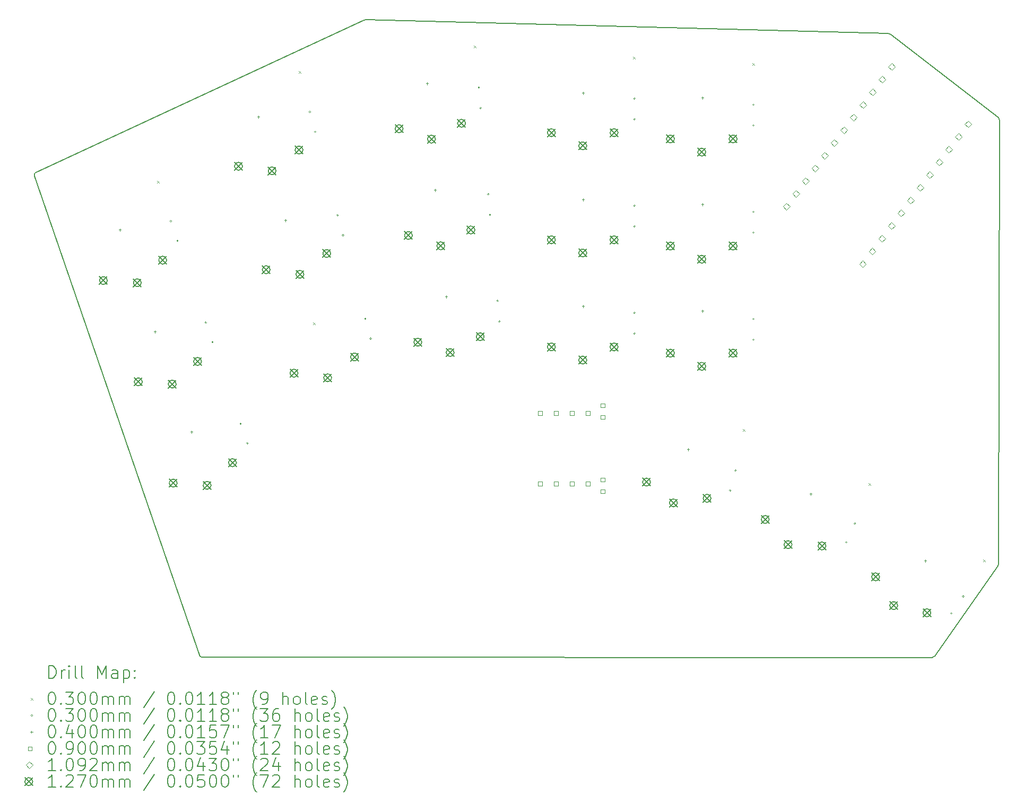
<source format=gbr>
%FSLAX45Y45*%
G04 Gerber Fmt 4.5, Leading zero omitted, Abs format (unit mm)*
G04 Created by KiCad (PCBNEW 5.99.0-unknown-fa82fcb809~131~ubuntu20.04.1) date 2021-08-27 12:16:20*
%MOMM*%
%LPD*%
G01*
G04 APERTURE LIST*
%TA.AperFunction,Profile*%
%ADD10C,0.150000*%
%TD*%
%ADD11C,0.200000*%
%ADD12C,0.030000*%
%ADD13C,0.040000*%
%ADD14C,0.090000*%
%ADD15C,0.109220*%
%ADD16C,0.127000*%
G04 APERTURE END LIST*
D10*
X10545124Y6549097D02*
X12262703Y5224108D01*
X12282162Y5184424D02*
X12268700Y-1907414D01*
X12268700Y-1907414D02*
G75*
G02*
X12259658Y-1935997I-50000J95D01*
G01*
X11251164Y-3376276D02*
G75*
G02*
X11210202Y-3397598I-40958J28679D01*
G01*
X11210202Y-3397598D02*
X-437783Y-3396573D01*
X12262703Y5224108D02*
G75*
G02*
X12282162Y5184424I-30540J-39589D01*
G01*
X-437783Y-3396573D02*
G75*
G02*
X-485055Y-3362852I4J50000D01*
G01*
X2160572Y6780047D02*
X10515903Y6559490D01*
X-3092431Y4347306D02*
X2138200Y6775416D01*
X-485055Y-3362852D02*
X-3118654Y4285675D01*
X12259658Y-1935997D02*
X11251164Y-3376276D01*
X10515903Y6559490D02*
G75*
G02*
X10545124Y6549097I-1319J-49983D01*
G01*
X2138200Y6775416D02*
G75*
G02*
X2160572Y6780047I21053J-45352D01*
G01*
X-3118654Y4285675D02*
G75*
G02*
X-3092431Y4347306I47276J16278D01*
G01*
D11*
D12*
X-1158000Y4206000D02*
X-1128000Y4176000D01*
X-1128000Y4206000D02*
X-1158000Y4176000D01*
X1102600Y5958600D02*
X1132600Y5928600D01*
X1132600Y5958600D02*
X1102600Y5928600D01*
X1331200Y1945400D02*
X1361200Y1915400D01*
X1361200Y1945400D02*
X1331200Y1915400D01*
X3896600Y6365000D02*
X3926600Y6335000D01*
X3926600Y6365000D02*
X3896600Y6335000D01*
X6436600Y6187200D02*
X6466600Y6157200D01*
X6466600Y6187200D02*
X6436600Y6157200D01*
X8189200Y243600D02*
X8219200Y213600D01*
X8219200Y243600D02*
X8189200Y213600D01*
X8341600Y6085600D02*
X8371600Y6055600D01*
X8371600Y6085600D02*
X8341600Y6055600D01*
X10195800Y-620000D02*
X10225800Y-650000D01*
X10225800Y-620000D02*
X10195800Y-650000D01*
X12024600Y-1839200D02*
X12054600Y-1869200D01*
X12054600Y-1839200D02*
X12024600Y-1869200D01*
X-925575Y3565659D02*
G75*
G03*
X-925575Y3565659I-15000J0D01*
G01*
X-818137Y3253638D02*
G75*
G03*
X-818137Y3253638I-15000J0D01*
G01*
X-368853Y1948823D02*
G75*
G03*
X-368853Y1948823I-15000J0D01*
G01*
X-261416Y1636801D02*
G75*
G03*
X-261416Y1636801I-15000J0D01*
G01*
X187868Y331986D02*
G75*
G03*
X187868Y331986I-15000J0D01*
G01*
X295306Y19965D02*
G75*
G03*
X295306Y19965I-15000J0D01*
G01*
X1293155Y5312769D02*
G75*
G03*
X1293155Y5312769I-15000J0D01*
G01*
X1378565Y4994014D02*
G75*
G03*
X1378565Y4994014I-15000J0D01*
G01*
X1735735Y3661036D02*
G75*
G03*
X1735735Y3661036I-15000J0D01*
G01*
X1821145Y3342280D02*
G75*
G03*
X1821145Y3342280I-15000J0D01*
G01*
X2178316Y2009303D02*
G75*
G03*
X2178316Y2009303I-15000J0D01*
G01*
X2263726Y1690547D02*
G75*
G03*
X2263726Y1690547I-15000J0D01*
G01*
X3989915Y5700399D02*
G75*
G03*
X3989915Y5700399I-15000J0D01*
G01*
X4018677Y5371655D02*
G75*
G03*
X4018677Y5371655I-15000J0D01*
G01*
X4138952Y3996906D02*
G75*
G03*
X4138952Y3996906I-15000J0D01*
G01*
X4167713Y3668162D02*
G75*
G03*
X4167713Y3668162I-15000J0D01*
G01*
X4287988Y2293414D02*
G75*
G03*
X4287988Y2293414I-15000J0D01*
G01*
X4316750Y1964669D02*
G75*
G03*
X4316750Y1964669I-15000J0D01*
G01*
X6472209Y5524060D02*
G75*
G03*
X6472209Y5524060I-15000J0D01*
G01*
X6472209Y5194060D02*
G75*
G03*
X6472209Y5194060I-15000J0D01*
G01*
X6472209Y3814060D02*
G75*
G03*
X6472209Y3814060I-15000J0D01*
G01*
X6472209Y3484060D02*
G75*
G03*
X6472209Y3484060I-15000J0D01*
G01*
X6472209Y2104060D02*
G75*
G03*
X6472209Y2104060I-15000J0D01*
G01*
X6472209Y1774060D02*
G75*
G03*
X6472209Y1774060I-15000J0D01*
G01*
X8001393Y-733843D02*
G75*
G03*
X8001393Y-733843I-15000J0D01*
G01*
X8086803Y-415088D02*
G75*
G03*
X8086803Y-415088I-15000J0D01*
G01*
X8372209Y5424060D02*
G75*
G03*
X8372209Y5424060I-15000J0D01*
G01*
X8372209Y5094060D02*
G75*
G03*
X8372209Y5094060I-15000J0D01*
G01*
X8372209Y3714060D02*
G75*
G03*
X8372209Y3714060I-15000J0D01*
G01*
X8372209Y3384060D02*
G75*
G03*
X8372209Y3384060I-15000J0D01*
G01*
X8372209Y2004060D02*
G75*
G03*
X8372209Y2004060I-15000J0D01*
G01*
X8372209Y1674060D02*
G75*
G03*
X8372209Y1674060I-15000J0D01*
G01*
X9851222Y-1560162D02*
G75*
G03*
X9851222Y-1560162I-15000J0D01*
G01*
X9990686Y-1261081D02*
G75*
G03*
X9990686Y-1261081I-15000J0D01*
G01*
X11529460Y-2695147D02*
G75*
G03*
X11529460Y-2695147I-15000J0D01*
G01*
X11718740Y-2424827D02*
G75*
G03*
X11718740Y-2424827I-15000J0D01*
G01*
D13*
X-1752600Y3449000D02*
X-1752600Y3409000D01*
X-1772600Y3429000D02*
X-1732600Y3429000D01*
X-1193800Y1823400D02*
X-1193800Y1783400D01*
X-1213800Y1803400D02*
X-1173800Y1803400D01*
X-609600Y223200D02*
X-609600Y183200D01*
X-629600Y203200D02*
X-589600Y203200D01*
X457200Y5252400D02*
X457200Y5212400D01*
X437200Y5232400D02*
X477200Y5232400D01*
X889000Y3601400D02*
X889000Y3561400D01*
X869000Y3581400D02*
X909000Y3581400D01*
X3149600Y5785800D02*
X3149600Y5745800D01*
X3129600Y5765800D02*
X3169600Y5765800D01*
X3276600Y4084000D02*
X3276600Y4044000D01*
X3256600Y4064000D02*
X3296600Y4064000D01*
X3454400Y2382200D02*
X3454400Y2342200D01*
X3434400Y2362200D02*
X3474400Y2362200D01*
X5638800Y5633400D02*
X5638800Y5593400D01*
X5618800Y5613400D02*
X5658800Y5613400D01*
X5638800Y3931600D02*
X5638800Y3891600D01*
X5618800Y3911600D02*
X5658800Y3911600D01*
X5638800Y2229800D02*
X5638800Y2189800D01*
X5618800Y2209800D02*
X5658800Y2209800D01*
X7315200Y-56200D02*
X7315200Y-96200D01*
X7295200Y-76200D02*
X7335200Y-76200D01*
X7543800Y5557200D02*
X7543800Y5517200D01*
X7523800Y5537200D02*
X7563800Y5537200D01*
X7543800Y3855400D02*
X7543800Y3815400D01*
X7523800Y3835400D02*
X7563800Y3835400D01*
X7543800Y2153600D02*
X7543800Y2113600D01*
X7523800Y2133600D02*
X7563800Y2133600D01*
X9271000Y-767400D02*
X9271000Y-807400D01*
X9251000Y-787400D02*
X9291000Y-787400D01*
X11099800Y-1834200D02*
X11099800Y-1874200D01*
X11079800Y-1854200D02*
X11119800Y-1854200D01*
D14*
X4983029Y469740D02*
X4983029Y533380D01*
X4919389Y533380D01*
X4919389Y469740D01*
X4983029Y469740D01*
X4983029Y-655260D02*
X4983029Y-591620D01*
X4919389Y-591620D01*
X4919389Y-655260D01*
X4983029Y-655260D01*
X5237029Y469740D02*
X5237029Y533380D01*
X5173389Y533380D01*
X5173389Y469740D01*
X5237029Y469740D01*
X5237029Y-655260D02*
X5237029Y-591620D01*
X5173389Y-591620D01*
X5173389Y-655260D01*
X5237029Y-655260D01*
X5491029Y469740D02*
X5491029Y533380D01*
X5427389Y533380D01*
X5427389Y469740D01*
X5491029Y469740D01*
X5491029Y-655260D02*
X5491029Y-591620D01*
X5427389Y-591620D01*
X5427389Y-655260D01*
X5491029Y-655260D01*
X5745029Y469740D02*
X5745029Y533380D01*
X5681389Y533380D01*
X5681389Y469740D01*
X5745029Y469740D01*
X5745029Y-655260D02*
X5745029Y-591620D01*
X5681389Y-591620D01*
X5681389Y-655260D01*
X5745029Y-655260D01*
X5984029Y592240D02*
X5984029Y655880D01*
X5920389Y655880D01*
X5920389Y592240D01*
X5984029Y592240D01*
X5984029Y407240D02*
X5984029Y470880D01*
X5920389Y470880D01*
X5920389Y407240D01*
X5984029Y407240D01*
X5984029Y-592760D02*
X5984029Y-529120D01*
X5920389Y-529120D01*
X5920389Y-592760D01*
X5984029Y-592760D01*
X5984029Y-777760D02*
X5984029Y-714120D01*
X5920389Y-714120D01*
X5920389Y-777760D01*
X5984029Y-777760D01*
D15*
X8882913Y3747339D02*
X8937523Y3801949D01*
X8882913Y3856559D01*
X8828303Y3801949D01*
X8882913Y3747339D01*
X9035774Y3950193D02*
X9090384Y4004803D01*
X9035774Y4059413D01*
X8981164Y4004803D01*
X9035774Y3950193D01*
X9188635Y4153046D02*
X9243245Y4207656D01*
X9188635Y4262266D01*
X9134025Y4207656D01*
X9188635Y4153046D01*
X9341496Y4355900D02*
X9396106Y4410510D01*
X9341496Y4465120D01*
X9286886Y4410510D01*
X9341496Y4355900D01*
X9494357Y4558753D02*
X9548967Y4613363D01*
X9494357Y4667973D01*
X9439747Y4613363D01*
X9494357Y4558753D01*
X9647218Y4761606D02*
X9701828Y4816216D01*
X9647218Y4870826D01*
X9592608Y4816216D01*
X9647218Y4761606D01*
X9800079Y4964460D02*
X9854689Y5019070D01*
X9800079Y5073680D01*
X9745469Y5019070D01*
X9800079Y4964460D01*
X9952940Y5167313D02*
X10007550Y5221923D01*
X9952940Y5276533D01*
X9898330Y5221923D01*
X9952940Y5167313D01*
X10100034Y2830173D02*
X10154644Y2884783D01*
X10100034Y2939393D01*
X10045424Y2884783D01*
X10100034Y2830173D01*
X10105801Y5370167D02*
X10160411Y5424777D01*
X10105801Y5479387D01*
X10051191Y5424777D01*
X10105801Y5370167D01*
X10252895Y3033027D02*
X10307505Y3087637D01*
X10252895Y3142247D01*
X10198285Y3087637D01*
X10252895Y3033027D01*
X10258662Y5573020D02*
X10313272Y5627630D01*
X10258662Y5682240D01*
X10204052Y5627630D01*
X10258662Y5573020D01*
X10405756Y3235880D02*
X10460366Y3290490D01*
X10405756Y3345100D01*
X10351146Y3290490D01*
X10405756Y3235880D01*
X10411523Y5775873D02*
X10466133Y5830483D01*
X10411523Y5885093D01*
X10356913Y5830483D01*
X10411523Y5775873D01*
X10558617Y3438733D02*
X10613227Y3493343D01*
X10558617Y3547953D01*
X10504007Y3493343D01*
X10558617Y3438733D01*
X10564384Y5978727D02*
X10618994Y6033337D01*
X10564384Y6087947D01*
X10509774Y6033337D01*
X10564384Y5978727D01*
X10711478Y3641587D02*
X10766088Y3696197D01*
X10711478Y3750807D01*
X10656868Y3696197D01*
X10711478Y3641587D01*
X10864339Y3844440D02*
X10918949Y3899050D01*
X10864339Y3953660D01*
X10809729Y3899050D01*
X10864339Y3844440D01*
X11017200Y4047294D02*
X11071810Y4101904D01*
X11017200Y4156514D01*
X10962590Y4101904D01*
X11017200Y4047294D01*
X11170061Y4250147D02*
X11224671Y4304757D01*
X11170061Y4359367D01*
X11115451Y4304757D01*
X11170061Y4250147D01*
X11322922Y4453001D02*
X11377532Y4507611D01*
X11322922Y4562221D01*
X11268312Y4507611D01*
X11322922Y4453001D01*
X11475783Y4655854D02*
X11530393Y4710464D01*
X11475783Y4765074D01*
X11421173Y4710464D01*
X11475783Y4655854D01*
X11628644Y4858707D02*
X11683254Y4913317D01*
X11628644Y4967927D01*
X11574034Y4913317D01*
X11628644Y4858707D01*
X11781505Y5061561D02*
X11836115Y5116171D01*
X11781505Y5170781D01*
X11726895Y5116171D01*
X11781505Y5061561D01*
D16*
X-2079452Y2682474D02*
X-1952452Y2555474D01*
X-1952452Y2682474D02*
X-2079452Y2555474D01*
X-1952452Y2618974D02*
G75*
G03*
X-1952452Y2618974I-63500J0D01*
G01*
X-1538324Y2646699D02*
X-1411324Y2519699D01*
X-1411324Y2646699D02*
X-1538324Y2519699D01*
X-1411324Y2583199D02*
G75*
G03*
X-1411324Y2583199I-63500J0D01*
G01*
X-1538324Y2646699D02*
X-1411324Y2519699D01*
X-1411324Y2646699D02*
X-1538324Y2519699D01*
X-1411324Y2583199D02*
G75*
G03*
X-1411324Y2583199I-63500J0D01*
G01*
X-1522731Y1065637D02*
X-1395731Y938637D01*
X-1395731Y1065637D02*
X-1522731Y938637D01*
X-1395731Y1002137D02*
G75*
G03*
X-1395731Y1002137I-63500J0D01*
G01*
X-1133934Y3008042D02*
X-1006934Y2881042D01*
X-1006934Y3008042D02*
X-1133934Y2881042D01*
X-1006934Y2944542D02*
G75*
G03*
X-1006934Y2944542I-63500J0D01*
G01*
X-981602Y1029862D02*
X-854602Y902862D01*
X-854602Y1029862D02*
X-981602Y902862D01*
X-854602Y966362D02*
G75*
G03*
X-854602Y966362I-63500J0D01*
G01*
X-981602Y1029862D02*
X-854602Y902862D01*
X-854602Y1029862D02*
X-981602Y902862D01*
X-854602Y966362D02*
G75*
G03*
X-854602Y966362I-63500J0D01*
G01*
X-966009Y-551200D02*
X-839009Y-678200D01*
X-839009Y-551200D02*
X-966009Y-678200D01*
X-839009Y-614700D02*
G75*
G03*
X-839009Y-614700I-63500J0D01*
G01*
X-577212Y1391205D02*
X-450212Y1264205D01*
X-450212Y1391205D02*
X-577212Y1264205D01*
X-450212Y1327705D02*
G75*
G03*
X-450212Y1327705I-63500J0D01*
G01*
X-424881Y-586974D02*
X-297881Y-713974D01*
X-297881Y-586974D02*
X-424881Y-713974D01*
X-297881Y-650474D02*
G75*
G03*
X-297881Y-650474I-63500J0D01*
G01*
X-424881Y-586974D02*
X-297881Y-713974D01*
X-297881Y-586974D02*
X-424881Y-713974D01*
X-297881Y-650474D02*
G75*
G03*
X-297881Y-650474I-63500J0D01*
G01*
X-20491Y-225631D02*
X106509Y-352631D01*
X106509Y-225631D02*
X-20491Y-352631D01*
X106509Y-289131D02*
G75*
G03*
X106509Y-289131I-63500J0D01*
G01*
X75859Y4506904D02*
X202859Y4379904D01*
X202859Y4506904D02*
X75859Y4379904D01*
X202859Y4443404D02*
G75*
G03*
X202859Y4443404I-63500J0D01*
G01*
X518440Y2855171D02*
X645440Y2728171D01*
X645440Y2855171D02*
X518440Y2728171D01*
X645440Y2791671D02*
G75*
G03*
X645440Y2791671I-63500J0D01*
G01*
X613174Y4433469D02*
X740174Y4306469D01*
X740174Y4433469D02*
X613174Y4306469D01*
X740174Y4369969D02*
G75*
G03*
X740174Y4369969I-63500J0D01*
G01*
X613174Y4433469D02*
X740174Y4306469D01*
X740174Y4433469D02*
X613174Y4306469D01*
X740174Y4369969D02*
G75*
G03*
X740174Y4369969I-63500J0D01*
G01*
X961020Y1203438D02*
X1088021Y1076438D01*
X1088021Y1203438D02*
X961020Y1076438D01*
X1088021Y1139938D02*
G75*
G03*
X1088021Y1139938I-63500J0D01*
G01*
X1041785Y4765723D02*
X1168785Y4638723D01*
X1168785Y4765723D02*
X1041785Y4638723D01*
X1168785Y4702223D02*
G75*
G03*
X1168785Y4702223I-63500J0D01*
G01*
X1055755Y2781736D02*
X1182755Y2654736D01*
X1182755Y2781736D02*
X1055755Y2654736D01*
X1182755Y2718236D02*
G75*
G03*
X1182755Y2718236I-63500J0D01*
G01*
X1055755Y2781736D02*
X1182755Y2654736D01*
X1182755Y2781736D02*
X1055755Y2654736D01*
X1182755Y2718236D02*
G75*
G03*
X1182755Y2718236I-63500J0D01*
G01*
X1484366Y3113990D02*
X1611366Y2986990D01*
X1611366Y3113990D02*
X1484366Y2986990D01*
X1611366Y3050490D02*
G75*
G03*
X1611366Y3050490I-63500J0D01*
G01*
X1498335Y1130003D02*
X1625335Y1003003D01*
X1625335Y1130003D02*
X1498335Y1003003D01*
X1625335Y1066503D02*
G75*
G03*
X1625335Y1066503I-63500J0D01*
G01*
X1498335Y1130003D02*
X1625335Y1003003D01*
X1625335Y1130003D02*
X1498335Y1003003D01*
X1625335Y1066503D02*
G75*
G03*
X1625335Y1066503I-63500J0D01*
G01*
X1926946Y1462257D02*
X2053946Y1335257D01*
X2053946Y1462257D02*
X1926946Y1335257D01*
X2053946Y1398757D02*
G75*
G03*
X2053946Y1398757I-63500J0D01*
G01*
X2638957Y5105492D02*
X2765957Y4978492D01*
X2765957Y5105492D02*
X2638957Y4978492D01*
X2765957Y5041992D02*
G75*
G03*
X2765957Y5041992I-63500J0D01*
G01*
X2787994Y3401999D02*
X2914994Y3274999D01*
X2914994Y3401999D02*
X2787994Y3274999D01*
X2914994Y3338499D02*
G75*
G03*
X2914994Y3338499I-63500J0D01*
G01*
X2937030Y1698506D02*
X3064030Y1571506D01*
X3064030Y1698506D02*
X2937030Y1571506D01*
X3064030Y1635006D02*
G75*
G03*
X3064030Y1635006I-63500J0D01*
G01*
X3155357Y4939869D02*
X3282357Y4812869D01*
X3282357Y4939869D02*
X3155357Y4812869D01*
X3282357Y4876369D02*
G75*
G03*
X3282357Y4876369I-63500J0D01*
G01*
X3155357Y4939869D02*
X3282357Y4812869D01*
X3282357Y4939869D02*
X3155357Y4812869D01*
X3282357Y4876369D02*
G75*
G03*
X3282357Y4876369I-63500J0D01*
G01*
X3304394Y3236376D02*
X3431394Y3109376D01*
X3431394Y3236376D02*
X3304394Y3109376D01*
X3431394Y3172876D02*
G75*
G03*
X3431394Y3172876I-63500J0D01*
G01*
X3304394Y3236376D02*
X3431394Y3109376D01*
X3431394Y3236376D02*
X3304394Y3109376D01*
X3431394Y3172876D02*
G75*
G03*
X3431394Y3172876I-63500J0D01*
G01*
X3453430Y1532883D02*
X3580430Y1405883D01*
X3580430Y1532883D02*
X3453430Y1405883D01*
X3580430Y1469383D02*
G75*
G03*
X3580430Y1469383I-63500J0D01*
G01*
X3453430Y1532883D02*
X3580430Y1405883D01*
X3580430Y1532883D02*
X3453430Y1405883D01*
X3580430Y1469383D02*
G75*
G03*
X3580430Y1469383I-63500J0D01*
G01*
X3635152Y5192648D02*
X3762152Y5065648D01*
X3762152Y5192648D02*
X3635152Y5065648D01*
X3762152Y5129148D02*
G75*
G03*
X3762152Y5129148I-63500J0D01*
G01*
X3784188Y3489155D02*
X3911188Y3362155D01*
X3911188Y3489155D02*
X3784188Y3362155D01*
X3911188Y3425655D02*
G75*
G03*
X3911188Y3425655I-63500J0D01*
G01*
X3933225Y1785662D02*
X4060225Y1658662D01*
X4060225Y1785662D02*
X3933225Y1658662D01*
X4060225Y1722162D02*
G75*
G03*
X4060225Y1722162I-63500J0D01*
G01*
X5068709Y5042560D02*
X5195709Y4915560D01*
X5195709Y5042560D02*
X5068709Y4915560D01*
X5195709Y4979060D02*
G75*
G03*
X5195709Y4979060I-63500J0D01*
G01*
X5068709Y3332560D02*
X5195709Y3205560D01*
X5195709Y3332560D02*
X5068709Y3205560D01*
X5195709Y3269060D02*
G75*
G03*
X5195709Y3269060I-63500J0D01*
G01*
X5068709Y1622560D02*
X5195709Y1495560D01*
X5195709Y1622560D02*
X5068709Y1495560D01*
X5195709Y1559060D02*
G75*
G03*
X5195709Y1559060I-63500J0D01*
G01*
X5568709Y4832560D02*
X5695709Y4705560D01*
X5695709Y4832560D02*
X5568709Y4705560D01*
X5695709Y4769060D02*
G75*
G03*
X5695709Y4769060I-63500J0D01*
G01*
X5568709Y4832560D02*
X5695709Y4705560D01*
X5695709Y4832560D02*
X5568709Y4705560D01*
X5695709Y4769060D02*
G75*
G03*
X5695709Y4769060I-63500J0D01*
G01*
X5568709Y3122560D02*
X5695709Y2995560D01*
X5695709Y3122560D02*
X5568709Y2995560D01*
X5695709Y3059060D02*
G75*
G03*
X5695709Y3059060I-63500J0D01*
G01*
X5568709Y3122560D02*
X5695709Y2995560D01*
X5695709Y3122560D02*
X5568709Y2995560D01*
X5695709Y3059060D02*
G75*
G03*
X5695709Y3059060I-63500J0D01*
G01*
X5568709Y1412560D02*
X5695709Y1285560D01*
X5695709Y1412560D02*
X5568709Y1285560D01*
X5695709Y1349060D02*
G75*
G03*
X5695709Y1349060I-63500J0D01*
G01*
X5568709Y1412560D02*
X5695709Y1285560D01*
X5695709Y1412560D02*
X5568709Y1285560D01*
X5695709Y1349060D02*
G75*
G03*
X5695709Y1349060I-63500J0D01*
G01*
X6068709Y5042560D02*
X6195709Y4915560D01*
X6195709Y5042560D02*
X6068709Y4915560D01*
X6195709Y4979060D02*
G75*
G03*
X6195709Y4979060I-63500J0D01*
G01*
X6068709Y3332560D02*
X6195709Y3205560D01*
X6195709Y3332560D02*
X6068709Y3205560D01*
X6195709Y3269060D02*
G75*
G03*
X6195709Y3269060I-63500J0D01*
G01*
X6068709Y1622560D02*
X6195709Y1495560D01*
X6195709Y1622560D02*
X6068709Y1495560D01*
X6195709Y1559060D02*
G75*
G03*
X6195709Y1559060I-63500J0D01*
G01*
X6587395Y-535082D02*
X6714395Y-662082D01*
X6714395Y-535082D02*
X6587395Y-662082D01*
X6714395Y-598582D02*
G75*
G03*
X6714395Y-598582I-63500J0D01*
G01*
X6968709Y4942560D02*
X7095709Y4815560D01*
X7095709Y4942560D02*
X6968709Y4815560D01*
X7095709Y4879060D02*
G75*
G03*
X7095709Y4879060I-63500J0D01*
G01*
X6968709Y3232560D02*
X7095709Y3105560D01*
X7095709Y3232560D02*
X6968709Y3105560D01*
X7095709Y3169060D02*
G75*
G03*
X7095709Y3169060I-63500J0D01*
G01*
X6968709Y1522560D02*
X7095709Y1395560D01*
X7095709Y1522560D02*
X6968709Y1395560D01*
X7095709Y1459060D02*
G75*
G03*
X7095709Y1459060I-63500J0D01*
G01*
X7016006Y-867336D02*
X7143006Y-994336D01*
X7143006Y-867336D02*
X7016006Y-994336D01*
X7143006Y-930836D02*
G75*
G03*
X7143006Y-930836I-63500J0D01*
G01*
X7016006Y-867336D02*
X7143006Y-994336D01*
X7143006Y-867336D02*
X7016006Y-994336D01*
X7143006Y-930836D02*
G75*
G03*
X7143006Y-930836I-63500J0D01*
G01*
X7468709Y4732560D02*
X7595709Y4605560D01*
X7595709Y4732560D02*
X7468709Y4605560D01*
X7595709Y4669060D02*
G75*
G03*
X7595709Y4669060I-63500J0D01*
G01*
X7468709Y4732560D02*
X7595709Y4605560D01*
X7595709Y4732560D02*
X7468709Y4605560D01*
X7595709Y4669060D02*
G75*
G03*
X7595709Y4669060I-63500J0D01*
G01*
X7468709Y3022560D02*
X7595709Y2895560D01*
X7595709Y3022560D02*
X7468709Y2895560D01*
X7595709Y2959060D02*
G75*
G03*
X7595709Y2959060I-63500J0D01*
G01*
X7468709Y3022560D02*
X7595709Y2895560D01*
X7595709Y3022560D02*
X7468709Y2895560D01*
X7595709Y2959060D02*
G75*
G03*
X7595709Y2959060I-63500J0D01*
G01*
X7468709Y1312560D02*
X7595709Y1185560D01*
X7595709Y1312560D02*
X7468709Y1185560D01*
X7595709Y1249060D02*
G75*
G03*
X7595709Y1249060I-63500J0D01*
G01*
X7468709Y1312560D02*
X7595709Y1185560D01*
X7595709Y1312560D02*
X7468709Y1185560D01*
X7595709Y1249060D02*
G75*
G03*
X7595709Y1249060I-63500J0D01*
G01*
X7553321Y-793901D02*
X7680321Y-920901D01*
X7680321Y-793901D02*
X7553321Y-920901D01*
X7680321Y-857401D02*
G75*
G03*
X7680321Y-857401I-63500J0D01*
G01*
X7968709Y4942560D02*
X8095709Y4815560D01*
X8095709Y4942560D02*
X7968709Y4815560D01*
X8095709Y4879060D02*
G75*
G03*
X8095709Y4879060I-63500J0D01*
G01*
X7968709Y3232560D02*
X8095709Y3105560D01*
X8095709Y3232560D02*
X7968709Y3105560D01*
X8095709Y3169060D02*
G75*
G03*
X8095709Y3169060I-63500J0D01*
G01*
X7968709Y1522560D02*
X8095709Y1395560D01*
X8095709Y1522560D02*
X7968709Y1395560D01*
X8095709Y1459060D02*
G75*
G03*
X8095709Y1459060I-63500J0D01*
G01*
X8481002Y-1131549D02*
X8608002Y-1258549D01*
X8608002Y-1131549D02*
X8481002Y-1258549D01*
X8608002Y-1195049D02*
G75*
G03*
X8608002Y-1195049I-63500J0D01*
G01*
X8845406Y-1533183D02*
X8972406Y-1660183D01*
X8972406Y-1533183D02*
X8845406Y-1660183D01*
X8972406Y-1596683D02*
G75*
G03*
X8972406Y-1596683I-63500J0D01*
G01*
X8845406Y-1533183D02*
X8972406Y-1660183D01*
X8972406Y-1533183D02*
X8845406Y-1660183D01*
X8972406Y-1596683D02*
G75*
G03*
X8972406Y-1596683I-63500J0D01*
G01*
X9387309Y-1554168D02*
X9514309Y-1681168D01*
X9514309Y-1554168D02*
X9387309Y-1681168D01*
X9514309Y-1617668D02*
G75*
G03*
X9514309Y-1617668I-63500J0D01*
G01*
X10242264Y-2047776D02*
X10369264Y-2174776D01*
X10369264Y-2047776D02*
X10242264Y-2174776D01*
X10369264Y-2111276D02*
G75*
G03*
X10369264Y-2111276I-63500J0D01*
G01*
X10531389Y-2506586D02*
X10658389Y-2633586D01*
X10658389Y-2506586D02*
X10531389Y-2633586D01*
X10658389Y-2570086D02*
G75*
G03*
X10658389Y-2570086I-63500J0D01*
G01*
X10531389Y-2506586D02*
X10658389Y-2633586D01*
X10658389Y-2506586D02*
X10531389Y-2633586D01*
X10658389Y-2570086D02*
G75*
G03*
X10658389Y-2570086I-63500J0D01*
G01*
X11061417Y-2621353D02*
X11188416Y-2748353D01*
X11188416Y-2621353D02*
X11061417Y-2748353D01*
X11188416Y-2684853D02*
G75*
G03*
X11188416Y-2684853I-63500J0D01*
G01*
D11*
X-2886259Y-3730574D02*
X-2886259Y-3530574D01*
X-2838640Y-3530574D01*
X-2810068Y-3540098D01*
X-2791021Y-3559145D01*
X-2781497Y-3578193D01*
X-2771973Y-3616288D01*
X-2771973Y-3644860D01*
X-2781497Y-3682955D01*
X-2791021Y-3702002D01*
X-2810068Y-3721050D01*
X-2838640Y-3730574D01*
X-2886259Y-3730574D01*
X-2686259Y-3730574D02*
X-2686259Y-3597240D01*
X-2686259Y-3635336D02*
X-2676735Y-3616288D01*
X-2667211Y-3606764D01*
X-2648164Y-3597240D01*
X-2629116Y-3597240D01*
X-2562449Y-3730574D02*
X-2562449Y-3597240D01*
X-2562449Y-3530574D02*
X-2571973Y-3540098D01*
X-2562449Y-3549621D01*
X-2552926Y-3540098D01*
X-2562449Y-3530574D01*
X-2562449Y-3549621D01*
X-2438640Y-3730574D02*
X-2457688Y-3721050D01*
X-2467211Y-3702002D01*
X-2467211Y-3530574D01*
X-2333878Y-3730574D02*
X-2352926Y-3721050D01*
X-2362449Y-3702002D01*
X-2362449Y-3530574D01*
X-2105307Y-3730574D02*
X-2105307Y-3530574D01*
X-2038640Y-3673431D01*
X-1971973Y-3530574D01*
X-1971973Y-3730574D01*
X-1791021Y-3730574D02*
X-1791021Y-3625812D01*
X-1800545Y-3606764D01*
X-1819592Y-3597240D01*
X-1857687Y-3597240D01*
X-1876735Y-3606764D01*
X-1791021Y-3721050D02*
X-1810068Y-3730574D01*
X-1857687Y-3730574D01*
X-1876735Y-3721050D01*
X-1886259Y-3702002D01*
X-1886259Y-3682955D01*
X-1876735Y-3663907D01*
X-1857687Y-3654383D01*
X-1810068Y-3654383D01*
X-1791021Y-3644860D01*
X-1695783Y-3597240D02*
X-1695783Y-3797240D01*
X-1695783Y-3606764D02*
X-1676735Y-3597240D01*
X-1638640Y-3597240D01*
X-1619592Y-3606764D01*
X-1610068Y-3616288D01*
X-1600545Y-3635336D01*
X-1600545Y-3692479D01*
X-1610068Y-3711526D01*
X-1619592Y-3721050D01*
X-1638640Y-3730574D01*
X-1676735Y-3730574D01*
X-1695783Y-3721050D01*
X-1514830Y-3711526D02*
X-1505306Y-3721050D01*
X-1514830Y-3730574D01*
X-1524354Y-3721050D01*
X-1514830Y-3711526D01*
X-1514830Y-3730574D01*
X-1514830Y-3606764D02*
X-1505306Y-3616288D01*
X-1514830Y-3625812D01*
X-1524354Y-3616288D01*
X-1514830Y-3606764D01*
X-1514830Y-3625812D01*
D12*
X-3173878Y-4045098D02*
X-3143878Y-4075098D01*
X-3143878Y-4045098D02*
X-3173878Y-4075098D01*
D11*
X-2848164Y-3950574D02*
X-2829116Y-3950574D01*
X-2810068Y-3960098D01*
X-2800545Y-3969621D01*
X-2791021Y-3988669D01*
X-2781497Y-4026764D01*
X-2781497Y-4074383D01*
X-2791021Y-4112479D01*
X-2800545Y-4131526D01*
X-2810068Y-4141050D01*
X-2829116Y-4150574D01*
X-2848164Y-4150574D01*
X-2867211Y-4141050D01*
X-2876735Y-4131526D01*
X-2886259Y-4112479D01*
X-2895783Y-4074383D01*
X-2895783Y-4026764D01*
X-2886259Y-3988669D01*
X-2876735Y-3969621D01*
X-2867211Y-3960098D01*
X-2848164Y-3950574D01*
X-2695783Y-4131526D02*
X-2686259Y-4141050D01*
X-2695783Y-4150574D01*
X-2705307Y-4141050D01*
X-2695783Y-4131526D01*
X-2695783Y-4150574D01*
X-2619592Y-3950574D02*
X-2495783Y-3950574D01*
X-2562449Y-4026764D01*
X-2533878Y-4026764D01*
X-2514830Y-4036288D01*
X-2505307Y-4045812D01*
X-2495783Y-4064860D01*
X-2495783Y-4112479D01*
X-2505307Y-4131526D01*
X-2514830Y-4141050D01*
X-2533878Y-4150574D01*
X-2591021Y-4150574D01*
X-2610068Y-4141050D01*
X-2619592Y-4131526D01*
X-2371973Y-3950574D02*
X-2352926Y-3950574D01*
X-2333878Y-3960098D01*
X-2324354Y-3969621D01*
X-2314830Y-3988669D01*
X-2305307Y-4026764D01*
X-2305307Y-4074383D01*
X-2314830Y-4112479D01*
X-2324354Y-4131526D01*
X-2333878Y-4141050D01*
X-2352926Y-4150574D01*
X-2371973Y-4150574D01*
X-2391021Y-4141050D01*
X-2400545Y-4131526D01*
X-2410068Y-4112479D01*
X-2419592Y-4074383D01*
X-2419592Y-4026764D01*
X-2410068Y-3988669D01*
X-2400545Y-3969621D01*
X-2391021Y-3960098D01*
X-2371973Y-3950574D01*
X-2181497Y-3950574D02*
X-2162449Y-3950574D01*
X-2143402Y-3960098D01*
X-2133878Y-3969621D01*
X-2124354Y-3988669D01*
X-2114830Y-4026764D01*
X-2114830Y-4074383D01*
X-2124354Y-4112479D01*
X-2133878Y-4131526D01*
X-2143402Y-4141050D01*
X-2162449Y-4150574D01*
X-2181497Y-4150574D01*
X-2200545Y-4141050D01*
X-2210068Y-4131526D01*
X-2219592Y-4112479D01*
X-2229116Y-4074383D01*
X-2229116Y-4026764D01*
X-2219592Y-3988669D01*
X-2210068Y-3969621D01*
X-2200545Y-3960098D01*
X-2181497Y-3950574D01*
X-2029116Y-4150574D02*
X-2029116Y-4017240D01*
X-2029116Y-4036288D02*
X-2019592Y-4026764D01*
X-2000545Y-4017240D01*
X-1971973Y-4017240D01*
X-1952926Y-4026764D01*
X-1943402Y-4045812D01*
X-1943402Y-4150574D01*
X-1943402Y-4045812D02*
X-1933878Y-4026764D01*
X-1914830Y-4017240D01*
X-1886259Y-4017240D01*
X-1867211Y-4026764D01*
X-1857687Y-4045812D01*
X-1857687Y-4150574D01*
X-1762449Y-4150574D02*
X-1762449Y-4017240D01*
X-1762449Y-4036288D02*
X-1752926Y-4026764D01*
X-1733878Y-4017240D01*
X-1705306Y-4017240D01*
X-1686259Y-4026764D01*
X-1676735Y-4045812D01*
X-1676735Y-4150574D01*
X-1676735Y-4045812D02*
X-1667211Y-4026764D01*
X-1648164Y-4017240D01*
X-1619592Y-4017240D01*
X-1600545Y-4026764D01*
X-1591021Y-4045812D01*
X-1591021Y-4150574D01*
X-1200545Y-3941050D02*
X-1371973Y-4198193D01*
X-943402Y-3950574D02*
X-924354Y-3950574D01*
X-905306Y-3960098D01*
X-895783Y-3969621D01*
X-886259Y-3988669D01*
X-876735Y-4026764D01*
X-876735Y-4074383D01*
X-886259Y-4112479D01*
X-895783Y-4131526D01*
X-905306Y-4141050D01*
X-924354Y-4150574D01*
X-943402Y-4150574D01*
X-962449Y-4141050D01*
X-971973Y-4131526D01*
X-981497Y-4112479D01*
X-991021Y-4074383D01*
X-991021Y-4026764D01*
X-981497Y-3988669D01*
X-971973Y-3969621D01*
X-962449Y-3960098D01*
X-943402Y-3950574D01*
X-791021Y-4131526D02*
X-781497Y-4141050D01*
X-791021Y-4150574D01*
X-800545Y-4141050D01*
X-791021Y-4131526D01*
X-791021Y-4150574D01*
X-657688Y-3950574D02*
X-638640Y-3950574D01*
X-619592Y-3960098D01*
X-610068Y-3969621D01*
X-600545Y-3988669D01*
X-591021Y-4026764D01*
X-591021Y-4074383D01*
X-600545Y-4112479D01*
X-610068Y-4131526D01*
X-619592Y-4141050D01*
X-638640Y-4150574D01*
X-657688Y-4150574D01*
X-676735Y-4141050D01*
X-686259Y-4131526D01*
X-695783Y-4112479D01*
X-705306Y-4074383D01*
X-705306Y-4026764D01*
X-695783Y-3988669D01*
X-686259Y-3969621D01*
X-676735Y-3960098D01*
X-657688Y-3950574D01*
X-400545Y-4150574D02*
X-514830Y-4150574D01*
X-457687Y-4150574D02*
X-457687Y-3950574D01*
X-476735Y-3979145D01*
X-495783Y-3998193D01*
X-514830Y-4007717D01*
X-210068Y-4150574D02*
X-324354Y-4150574D01*
X-267211Y-4150574D02*
X-267211Y-3950574D01*
X-286259Y-3979145D01*
X-305307Y-3998193D01*
X-324354Y-4007717D01*
X-95783Y-4036288D02*
X-114830Y-4026764D01*
X-124354Y-4017240D01*
X-133878Y-3998193D01*
X-133878Y-3988669D01*
X-124354Y-3969621D01*
X-114830Y-3960098D01*
X-95783Y-3950574D01*
X-57687Y-3950574D01*
X-38640Y-3960098D01*
X-29116Y-3969621D01*
X-19592Y-3988669D01*
X-19592Y-3998193D01*
X-29116Y-4017240D01*
X-38640Y-4026764D01*
X-57687Y-4036288D01*
X-95783Y-4036288D01*
X-114830Y-4045812D01*
X-124354Y-4055336D01*
X-133878Y-4074383D01*
X-133878Y-4112479D01*
X-124354Y-4131526D01*
X-114830Y-4141050D01*
X-95783Y-4150574D01*
X-57687Y-4150574D01*
X-38640Y-4141050D01*
X-29116Y-4131526D01*
X-19592Y-4112479D01*
X-19592Y-4074383D01*
X-29116Y-4055336D01*
X-38640Y-4045812D01*
X-57687Y-4036288D01*
X56598Y-3950574D02*
X56598Y-3988669D01*
X132789Y-3950574D02*
X132789Y-3988669D01*
X428027Y-4226764D02*
X418503Y-4217241D01*
X399455Y-4188669D01*
X389931Y-4169621D01*
X380408Y-4141050D01*
X370884Y-4093431D01*
X370884Y-4055336D01*
X380408Y-4007717D01*
X389931Y-3979145D01*
X399455Y-3960098D01*
X418503Y-3931526D01*
X428027Y-3922002D01*
X513741Y-4150574D02*
X551836Y-4150574D01*
X570884Y-4141050D01*
X580408Y-4131526D01*
X599455Y-4102955D01*
X608979Y-4064860D01*
X608979Y-3988669D01*
X599455Y-3969621D01*
X589932Y-3960098D01*
X570884Y-3950574D01*
X532789Y-3950574D01*
X513741Y-3960098D01*
X504217Y-3969621D01*
X494693Y-3988669D01*
X494693Y-4036288D01*
X504217Y-4055336D01*
X513741Y-4064860D01*
X532789Y-4074383D01*
X570884Y-4074383D01*
X589932Y-4064860D01*
X599455Y-4055336D01*
X608979Y-4036288D01*
X847074Y-4150574D02*
X847074Y-3950574D01*
X932789Y-4150574D02*
X932789Y-4045812D01*
X923265Y-4026764D01*
X904217Y-4017240D01*
X875646Y-4017240D01*
X856598Y-4026764D01*
X847074Y-4036288D01*
X1056598Y-4150574D02*
X1037550Y-4141050D01*
X1028027Y-4131526D01*
X1018503Y-4112479D01*
X1018503Y-4055336D01*
X1028027Y-4036288D01*
X1037550Y-4026764D01*
X1056598Y-4017240D01*
X1085170Y-4017240D01*
X1104217Y-4026764D01*
X1113741Y-4036288D01*
X1123265Y-4055336D01*
X1123265Y-4112479D01*
X1113741Y-4131526D01*
X1104217Y-4141050D01*
X1085170Y-4150574D01*
X1056598Y-4150574D01*
X1237551Y-4150574D02*
X1218503Y-4141050D01*
X1208979Y-4122002D01*
X1208979Y-3950574D01*
X1389932Y-4141050D02*
X1370884Y-4150574D01*
X1332789Y-4150574D01*
X1313741Y-4141050D01*
X1304217Y-4122002D01*
X1304217Y-4045812D01*
X1313741Y-4026764D01*
X1332789Y-4017240D01*
X1370884Y-4017240D01*
X1389932Y-4026764D01*
X1399455Y-4045812D01*
X1399455Y-4064860D01*
X1304217Y-4083907D01*
X1475646Y-4141050D02*
X1494693Y-4150574D01*
X1532789Y-4150574D01*
X1551836Y-4141050D01*
X1561360Y-4122002D01*
X1561360Y-4112479D01*
X1551836Y-4093431D01*
X1532789Y-4083907D01*
X1504217Y-4083907D01*
X1485170Y-4074383D01*
X1475646Y-4055336D01*
X1475646Y-4045812D01*
X1485170Y-4026764D01*
X1504217Y-4017240D01*
X1532789Y-4017240D01*
X1551836Y-4026764D01*
X1628027Y-4226764D02*
X1637550Y-4217241D01*
X1656598Y-4188669D01*
X1666122Y-4169621D01*
X1675646Y-4141050D01*
X1685170Y-4093431D01*
X1685170Y-4055336D01*
X1675646Y-4007717D01*
X1666122Y-3979145D01*
X1656598Y-3960098D01*
X1637550Y-3931526D01*
X1628027Y-3922002D01*
D12*
X-3143878Y-4324098D02*
G75*
G03*
X-3143878Y-4324098I-15000J0D01*
G01*
D11*
X-2848164Y-4214574D02*
X-2829116Y-4214574D01*
X-2810068Y-4224098D01*
X-2800545Y-4233622D01*
X-2791021Y-4252669D01*
X-2781497Y-4290764D01*
X-2781497Y-4338383D01*
X-2791021Y-4376479D01*
X-2800545Y-4395526D01*
X-2810068Y-4405050D01*
X-2829116Y-4414574D01*
X-2848164Y-4414574D01*
X-2867211Y-4405050D01*
X-2876735Y-4395526D01*
X-2886259Y-4376479D01*
X-2895783Y-4338383D01*
X-2895783Y-4290764D01*
X-2886259Y-4252669D01*
X-2876735Y-4233622D01*
X-2867211Y-4224098D01*
X-2848164Y-4214574D01*
X-2695783Y-4395526D02*
X-2686259Y-4405050D01*
X-2695783Y-4414574D01*
X-2705307Y-4405050D01*
X-2695783Y-4395526D01*
X-2695783Y-4414574D01*
X-2619592Y-4214574D02*
X-2495783Y-4214574D01*
X-2562449Y-4290764D01*
X-2533878Y-4290764D01*
X-2514830Y-4300288D01*
X-2505307Y-4309812D01*
X-2495783Y-4328860D01*
X-2495783Y-4376479D01*
X-2505307Y-4395526D01*
X-2514830Y-4405050D01*
X-2533878Y-4414574D01*
X-2591021Y-4414574D01*
X-2610068Y-4405050D01*
X-2619592Y-4395526D01*
X-2371973Y-4214574D02*
X-2352926Y-4214574D01*
X-2333878Y-4224098D01*
X-2324354Y-4233622D01*
X-2314830Y-4252669D01*
X-2305307Y-4290764D01*
X-2305307Y-4338383D01*
X-2314830Y-4376479D01*
X-2324354Y-4395526D01*
X-2333878Y-4405050D01*
X-2352926Y-4414574D01*
X-2371973Y-4414574D01*
X-2391021Y-4405050D01*
X-2400545Y-4395526D01*
X-2410068Y-4376479D01*
X-2419592Y-4338383D01*
X-2419592Y-4290764D01*
X-2410068Y-4252669D01*
X-2400545Y-4233622D01*
X-2391021Y-4224098D01*
X-2371973Y-4214574D01*
X-2181497Y-4214574D02*
X-2162449Y-4214574D01*
X-2143402Y-4224098D01*
X-2133878Y-4233622D01*
X-2124354Y-4252669D01*
X-2114830Y-4290764D01*
X-2114830Y-4338383D01*
X-2124354Y-4376479D01*
X-2133878Y-4395526D01*
X-2143402Y-4405050D01*
X-2162449Y-4414574D01*
X-2181497Y-4414574D01*
X-2200545Y-4405050D01*
X-2210068Y-4395526D01*
X-2219592Y-4376479D01*
X-2229116Y-4338383D01*
X-2229116Y-4290764D01*
X-2219592Y-4252669D01*
X-2210068Y-4233622D01*
X-2200545Y-4224098D01*
X-2181497Y-4214574D01*
X-2029116Y-4414574D02*
X-2029116Y-4281241D01*
X-2029116Y-4300288D02*
X-2019592Y-4290764D01*
X-2000545Y-4281241D01*
X-1971973Y-4281241D01*
X-1952926Y-4290764D01*
X-1943402Y-4309812D01*
X-1943402Y-4414574D01*
X-1943402Y-4309812D02*
X-1933878Y-4290764D01*
X-1914830Y-4281241D01*
X-1886259Y-4281241D01*
X-1867211Y-4290764D01*
X-1857687Y-4309812D01*
X-1857687Y-4414574D01*
X-1762449Y-4414574D02*
X-1762449Y-4281241D01*
X-1762449Y-4300288D02*
X-1752926Y-4290764D01*
X-1733878Y-4281241D01*
X-1705306Y-4281241D01*
X-1686259Y-4290764D01*
X-1676735Y-4309812D01*
X-1676735Y-4414574D01*
X-1676735Y-4309812D02*
X-1667211Y-4290764D01*
X-1648164Y-4281241D01*
X-1619592Y-4281241D01*
X-1600545Y-4290764D01*
X-1591021Y-4309812D01*
X-1591021Y-4414574D01*
X-1200545Y-4205050D02*
X-1371973Y-4462193D01*
X-943402Y-4214574D02*
X-924354Y-4214574D01*
X-905306Y-4224098D01*
X-895783Y-4233622D01*
X-886259Y-4252669D01*
X-876735Y-4290764D01*
X-876735Y-4338383D01*
X-886259Y-4376479D01*
X-895783Y-4395526D01*
X-905306Y-4405050D01*
X-924354Y-4414574D01*
X-943402Y-4414574D01*
X-962449Y-4405050D01*
X-971973Y-4395526D01*
X-981497Y-4376479D01*
X-991021Y-4338383D01*
X-991021Y-4290764D01*
X-981497Y-4252669D01*
X-971973Y-4233622D01*
X-962449Y-4224098D01*
X-943402Y-4214574D01*
X-791021Y-4395526D02*
X-781497Y-4405050D01*
X-791021Y-4414574D01*
X-800545Y-4405050D01*
X-791021Y-4395526D01*
X-791021Y-4414574D01*
X-657688Y-4214574D02*
X-638640Y-4214574D01*
X-619592Y-4224098D01*
X-610068Y-4233622D01*
X-600545Y-4252669D01*
X-591021Y-4290764D01*
X-591021Y-4338383D01*
X-600545Y-4376479D01*
X-610068Y-4395526D01*
X-619592Y-4405050D01*
X-638640Y-4414574D01*
X-657688Y-4414574D01*
X-676735Y-4405050D01*
X-686259Y-4395526D01*
X-695783Y-4376479D01*
X-705306Y-4338383D01*
X-705306Y-4290764D01*
X-695783Y-4252669D01*
X-686259Y-4233622D01*
X-676735Y-4224098D01*
X-657688Y-4214574D01*
X-400545Y-4414574D02*
X-514830Y-4414574D01*
X-457687Y-4414574D02*
X-457687Y-4214574D01*
X-476735Y-4243145D01*
X-495783Y-4262193D01*
X-514830Y-4271717D01*
X-210068Y-4414574D02*
X-324354Y-4414574D01*
X-267211Y-4414574D02*
X-267211Y-4214574D01*
X-286259Y-4243145D01*
X-305307Y-4262193D01*
X-324354Y-4271717D01*
X-95783Y-4300288D02*
X-114830Y-4290764D01*
X-124354Y-4281241D01*
X-133878Y-4262193D01*
X-133878Y-4252669D01*
X-124354Y-4233622D01*
X-114830Y-4224098D01*
X-95783Y-4214574D01*
X-57687Y-4214574D01*
X-38640Y-4224098D01*
X-29116Y-4233622D01*
X-19592Y-4252669D01*
X-19592Y-4262193D01*
X-29116Y-4281241D01*
X-38640Y-4290764D01*
X-57687Y-4300288D01*
X-95783Y-4300288D01*
X-114830Y-4309812D01*
X-124354Y-4319336D01*
X-133878Y-4338383D01*
X-133878Y-4376479D01*
X-124354Y-4395526D01*
X-114830Y-4405050D01*
X-95783Y-4414574D01*
X-57687Y-4414574D01*
X-38640Y-4405050D01*
X-29116Y-4395526D01*
X-19592Y-4376479D01*
X-19592Y-4338383D01*
X-29116Y-4319336D01*
X-38640Y-4309812D01*
X-57687Y-4300288D01*
X56598Y-4214574D02*
X56598Y-4252669D01*
X132789Y-4214574D02*
X132789Y-4252669D01*
X428027Y-4490764D02*
X418503Y-4481241D01*
X399455Y-4452669D01*
X389931Y-4433622D01*
X380408Y-4405050D01*
X370884Y-4357431D01*
X370884Y-4319336D01*
X380408Y-4271717D01*
X389931Y-4243145D01*
X399455Y-4224098D01*
X418503Y-4195526D01*
X428027Y-4186002D01*
X485170Y-4214574D02*
X608979Y-4214574D01*
X542312Y-4290764D01*
X570884Y-4290764D01*
X589932Y-4300288D01*
X599455Y-4309812D01*
X608979Y-4328860D01*
X608979Y-4376479D01*
X599455Y-4395526D01*
X589932Y-4405050D01*
X570884Y-4414574D01*
X513741Y-4414574D01*
X494693Y-4405050D01*
X485170Y-4395526D01*
X780408Y-4214574D02*
X742312Y-4214574D01*
X723265Y-4224098D01*
X713741Y-4233622D01*
X694693Y-4262193D01*
X685170Y-4300288D01*
X685170Y-4376479D01*
X694693Y-4395526D01*
X704217Y-4405050D01*
X723265Y-4414574D01*
X761360Y-4414574D01*
X780408Y-4405050D01*
X789931Y-4395526D01*
X799455Y-4376479D01*
X799455Y-4328860D01*
X789931Y-4309812D01*
X780408Y-4300288D01*
X761360Y-4290764D01*
X723265Y-4290764D01*
X704217Y-4300288D01*
X694693Y-4309812D01*
X685170Y-4328860D01*
X1037550Y-4414574D02*
X1037550Y-4214574D01*
X1123265Y-4414574D02*
X1123265Y-4309812D01*
X1113741Y-4290764D01*
X1094693Y-4281241D01*
X1066122Y-4281241D01*
X1047074Y-4290764D01*
X1037550Y-4300288D01*
X1247074Y-4414574D02*
X1228027Y-4405050D01*
X1218503Y-4395526D01*
X1208979Y-4376479D01*
X1208979Y-4319336D01*
X1218503Y-4300288D01*
X1228027Y-4290764D01*
X1247074Y-4281241D01*
X1275646Y-4281241D01*
X1294693Y-4290764D01*
X1304217Y-4300288D01*
X1313741Y-4319336D01*
X1313741Y-4376479D01*
X1304217Y-4395526D01*
X1294693Y-4405050D01*
X1275646Y-4414574D01*
X1247074Y-4414574D01*
X1428027Y-4414574D02*
X1408979Y-4405050D01*
X1399455Y-4386002D01*
X1399455Y-4214574D01*
X1580408Y-4405050D02*
X1561360Y-4414574D01*
X1523265Y-4414574D01*
X1504217Y-4405050D01*
X1494693Y-4386002D01*
X1494693Y-4309812D01*
X1504217Y-4290764D01*
X1523265Y-4281241D01*
X1561360Y-4281241D01*
X1580408Y-4290764D01*
X1589931Y-4309812D01*
X1589931Y-4328860D01*
X1494693Y-4347907D01*
X1666122Y-4405050D02*
X1685170Y-4414574D01*
X1723265Y-4414574D01*
X1742312Y-4405050D01*
X1751836Y-4386002D01*
X1751836Y-4376479D01*
X1742312Y-4357431D01*
X1723265Y-4347907D01*
X1694693Y-4347907D01*
X1675646Y-4338383D01*
X1666122Y-4319336D01*
X1666122Y-4309812D01*
X1675646Y-4290764D01*
X1694693Y-4281241D01*
X1723265Y-4281241D01*
X1742312Y-4290764D01*
X1818503Y-4490764D02*
X1828027Y-4481241D01*
X1847074Y-4452669D01*
X1856598Y-4433622D01*
X1866122Y-4405050D01*
X1875646Y-4357431D01*
X1875646Y-4319336D01*
X1866122Y-4271717D01*
X1856598Y-4243145D01*
X1847074Y-4224098D01*
X1828027Y-4195526D01*
X1818503Y-4186002D01*
D13*
X-3163878Y-4568098D02*
X-3163878Y-4608098D01*
X-3183878Y-4588098D02*
X-3143878Y-4588098D01*
D11*
X-2848164Y-4478574D02*
X-2829116Y-4478574D01*
X-2810068Y-4488098D01*
X-2800545Y-4497622D01*
X-2791021Y-4516669D01*
X-2781497Y-4554764D01*
X-2781497Y-4602383D01*
X-2791021Y-4640479D01*
X-2800545Y-4659526D01*
X-2810068Y-4669050D01*
X-2829116Y-4678574D01*
X-2848164Y-4678574D01*
X-2867211Y-4669050D01*
X-2876735Y-4659526D01*
X-2886259Y-4640479D01*
X-2895783Y-4602383D01*
X-2895783Y-4554764D01*
X-2886259Y-4516669D01*
X-2876735Y-4497622D01*
X-2867211Y-4488098D01*
X-2848164Y-4478574D01*
X-2695783Y-4659526D02*
X-2686259Y-4669050D01*
X-2695783Y-4678574D01*
X-2705307Y-4669050D01*
X-2695783Y-4659526D01*
X-2695783Y-4678574D01*
X-2514830Y-4545241D02*
X-2514830Y-4678574D01*
X-2562449Y-4469050D02*
X-2610068Y-4611907D01*
X-2486259Y-4611907D01*
X-2371973Y-4478574D02*
X-2352926Y-4478574D01*
X-2333878Y-4488098D01*
X-2324354Y-4497622D01*
X-2314830Y-4516669D01*
X-2305307Y-4554764D01*
X-2305307Y-4602383D01*
X-2314830Y-4640479D01*
X-2324354Y-4659526D01*
X-2333878Y-4669050D01*
X-2352926Y-4678574D01*
X-2371973Y-4678574D01*
X-2391021Y-4669050D01*
X-2400545Y-4659526D01*
X-2410068Y-4640479D01*
X-2419592Y-4602383D01*
X-2419592Y-4554764D01*
X-2410068Y-4516669D01*
X-2400545Y-4497622D01*
X-2391021Y-4488098D01*
X-2371973Y-4478574D01*
X-2181497Y-4478574D02*
X-2162449Y-4478574D01*
X-2143402Y-4488098D01*
X-2133878Y-4497622D01*
X-2124354Y-4516669D01*
X-2114830Y-4554764D01*
X-2114830Y-4602383D01*
X-2124354Y-4640479D01*
X-2133878Y-4659526D01*
X-2143402Y-4669050D01*
X-2162449Y-4678574D01*
X-2181497Y-4678574D01*
X-2200545Y-4669050D01*
X-2210068Y-4659526D01*
X-2219592Y-4640479D01*
X-2229116Y-4602383D01*
X-2229116Y-4554764D01*
X-2219592Y-4516669D01*
X-2210068Y-4497622D01*
X-2200545Y-4488098D01*
X-2181497Y-4478574D01*
X-2029116Y-4678574D02*
X-2029116Y-4545241D01*
X-2029116Y-4564288D02*
X-2019592Y-4554764D01*
X-2000545Y-4545241D01*
X-1971973Y-4545241D01*
X-1952926Y-4554764D01*
X-1943402Y-4573812D01*
X-1943402Y-4678574D01*
X-1943402Y-4573812D02*
X-1933878Y-4554764D01*
X-1914830Y-4545241D01*
X-1886259Y-4545241D01*
X-1867211Y-4554764D01*
X-1857687Y-4573812D01*
X-1857687Y-4678574D01*
X-1762449Y-4678574D02*
X-1762449Y-4545241D01*
X-1762449Y-4564288D02*
X-1752926Y-4554764D01*
X-1733878Y-4545241D01*
X-1705306Y-4545241D01*
X-1686259Y-4554764D01*
X-1676735Y-4573812D01*
X-1676735Y-4678574D01*
X-1676735Y-4573812D02*
X-1667211Y-4554764D01*
X-1648164Y-4545241D01*
X-1619592Y-4545241D01*
X-1600545Y-4554764D01*
X-1591021Y-4573812D01*
X-1591021Y-4678574D01*
X-1200545Y-4469050D02*
X-1371973Y-4726193D01*
X-943402Y-4478574D02*
X-924354Y-4478574D01*
X-905306Y-4488098D01*
X-895783Y-4497622D01*
X-886259Y-4516669D01*
X-876735Y-4554764D01*
X-876735Y-4602383D01*
X-886259Y-4640479D01*
X-895783Y-4659526D01*
X-905306Y-4669050D01*
X-924354Y-4678574D01*
X-943402Y-4678574D01*
X-962449Y-4669050D01*
X-971973Y-4659526D01*
X-981497Y-4640479D01*
X-991021Y-4602383D01*
X-991021Y-4554764D01*
X-981497Y-4516669D01*
X-971973Y-4497622D01*
X-962449Y-4488098D01*
X-943402Y-4478574D01*
X-791021Y-4659526D02*
X-781497Y-4669050D01*
X-791021Y-4678574D01*
X-800545Y-4669050D01*
X-791021Y-4659526D01*
X-791021Y-4678574D01*
X-657688Y-4478574D02*
X-638640Y-4478574D01*
X-619592Y-4488098D01*
X-610068Y-4497622D01*
X-600545Y-4516669D01*
X-591021Y-4554764D01*
X-591021Y-4602383D01*
X-600545Y-4640479D01*
X-610068Y-4659526D01*
X-619592Y-4669050D01*
X-638640Y-4678574D01*
X-657688Y-4678574D01*
X-676735Y-4669050D01*
X-686259Y-4659526D01*
X-695783Y-4640479D01*
X-705306Y-4602383D01*
X-705306Y-4554764D01*
X-695783Y-4516669D01*
X-686259Y-4497622D01*
X-676735Y-4488098D01*
X-657688Y-4478574D01*
X-400545Y-4678574D02*
X-514830Y-4678574D01*
X-457687Y-4678574D02*
X-457687Y-4478574D01*
X-476735Y-4507145D01*
X-495783Y-4526193D01*
X-514830Y-4535717D01*
X-219592Y-4478574D02*
X-314830Y-4478574D01*
X-324354Y-4573812D01*
X-314830Y-4564288D01*
X-295783Y-4554764D01*
X-248164Y-4554764D01*
X-229116Y-4564288D01*
X-219592Y-4573812D01*
X-210068Y-4592860D01*
X-210068Y-4640479D01*
X-219592Y-4659526D01*
X-229116Y-4669050D01*
X-248164Y-4678574D01*
X-295783Y-4678574D01*
X-314830Y-4669050D01*
X-324354Y-4659526D01*
X-143402Y-4478574D02*
X-10068Y-4478574D01*
X-95783Y-4678574D01*
X56598Y-4478574D02*
X56598Y-4516669D01*
X132789Y-4478574D02*
X132789Y-4516669D01*
X428027Y-4754764D02*
X418503Y-4745241D01*
X399455Y-4716669D01*
X389931Y-4697622D01*
X380408Y-4669050D01*
X370884Y-4621431D01*
X370884Y-4583336D01*
X380408Y-4535717D01*
X389931Y-4507145D01*
X399455Y-4488098D01*
X418503Y-4459526D01*
X428027Y-4450002D01*
X608979Y-4678574D02*
X494693Y-4678574D01*
X551836Y-4678574D02*
X551836Y-4478574D01*
X532789Y-4507145D01*
X513741Y-4526193D01*
X494693Y-4535717D01*
X675646Y-4478574D02*
X808979Y-4478574D01*
X723265Y-4678574D01*
X1037550Y-4678574D02*
X1037550Y-4478574D01*
X1123265Y-4678574D02*
X1123265Y-4573812D01*
X1113741Y-4554764D01*
X1094693Y-4545241D01*
X1066122Y-4545241D01*
X1047074Y-4554764D01*
X1037550Y-4564288D01*
X1247074Y-4678574D02*
X1228027Y-4669050D01*
X1218503Y-4659526D01*
X1208979Y-4640479D01*
X1208979Y-4583336D01*
X1218503Y-4564288D01*
X1228027Y-4554764D01*
X1247074Y-4545241D01*
X1275646Y-4545241D01*
X1294693Y-4554764D01*
X1304217Y-4564288D01*
X1313741Y-4583336D01*
X1313741Y-4640479D01*
X1304217Y-4659526D01*
X1294693Y-4669050D01*
X1275646Y-4678574D01*
X1247074Y-4678574D01*
X1428027Y-4678574D02*
X1408979Y-4669050D01*
X1399455Y-4650002D01*
X1399455Y-4478574D01*
X1580408Y-4669050D02*
X1561360Y-4678574D01*
X1523265Y-4678574D01*
X1504217Y-4669050D01*
X1494693Y-4650002D01*
X1494693Y-4573812D01*
X1504217Y-4554764D01*
X1523265Y-4545241D01*
X1561360Y-4545241D01*
X1580408Y-4554764D01*
X1589931Y-4573812D01*
X1589931Y-4592860D01*
X1494693Y-4611907D01*
X1666122Y-4669050D02*
X1685170Y-4678574D01*
X1723265Y-4678574D01*
X1742312Y-4669050D01*
X1751836Y-4650002D01*
X1751836Y-4640479D01*
X1742312Y-4621431D01*
X1723265Y-4611907D01*
X1694693Y-4611907D01*
X1675646Y-4602383D01*
X1666122Y-4583336D01*
X1666122Y-4573812D01*
X1675646Y-4554764D01*
X1694693Y-4545241D01*
X1723265Y-4545241D01*
X1742312Y-4554764D01*
X1818503Y-4754764D02*
X1828027Y-4745241D01*
X1847074Y-4716669D01*
X1856598Y-4697622D01*
X1866122Y-4669050D01*
X1875646Y-4621431D01*
X1875646Y-4583336D01*
X1866122Y-4535717D01*
X1856598Y-4507145D01*
X1847074Y-4488098D01*
X1828027Y-4459526D01*
X1818503Y-4450002D01*
D14*
X-3157058Y-4883918D02*
X-3157058Y-4820278D01*
X-3220698Y-4820278D01*
X-3220698Y-4883918D01*
X-3157058Y-4883918D01*
D11*
X-2848164Y-4742574D02*
X-2829116Y-4742574D01*
X-2810068Y-4752098D01*
X-2800545Y-4761622D01*
X-2791021Y-4780669D01*
X-2781497Y-4818764D01*
X-2781497Y-4866383D01*
X-2791021Y-4904479D01*
X-2800545Y-4923526D01*
X-2810068Y-4933050D01*
X-2829116Y-4942574D01*
X-2848164Y-4942574D01*
X-2867211Y-4933050D01*
X-2876735Y-4923526D01*
X-2886259Y-4904479D01*
X-2895783Y-4866383D01*
X-2895783Y-4818764D01*
X-2886259Y-4780669D01*
X-2876735Y-4761622D01*
X-2867211Y-4752098D01*
X-2848164Y-4742574D01*
X-2695783Y-4923526D02*
X-2686259Y-4933050D01*
X-2695783Y-4942574D01*
X-2705307Y-4933050D01*
X-2695783Y-4923526D01*
X-2695783Y-4942574D01*
X-2591021Y-4942574D02*
X-2552926Y-4942574D01*
X-2533878Y-4933050D01*
X-2524354Y-4923526D01*
X-2505307Y-4894955D01*
X-2495783Y-4856860D01*
X-2495783Y-4780669D01*
X-2505307Y-4761622D01*
X-2514830Y-4752098D01*
X-2533878Y-4742574D01*
X-2571973Y-4742574D01*
X-2591021Y-4752098D01*
X-2600545Y-4761622D01*
X-2610068Y-4780669D01*
X-2610068Y-4828288D01*
X-2600545Y-4847336D01*
X-2591021Y-4856860D01*
X-2571973Y-4866383D01*
X-2533878Y-4866383D01*
X-2514830Y-4856860D01*
X-2505307Y-4847336D01*
X-2495783Y-4828288D01*
X-2371973Y-4742574D02*
X-2352926Y-4742574D01*
X-2333878Y-4752098D01*
X-2324354Y-4761622D01*
X-2314830Y-4780669D01*
X-2305307Y-4818764D01*
X-2305307Y-4866383D01*
X-2314830Y-4904479D01*
X-2324354Y-4923526D01*
X-2333878Y-4933050D01*
X-2352926Y-4942574D01*
X-2371973Y-4942574D01*
X-2391021Y-4933050D01*
X-2400545Y-4923526D01*
X-2410068Y-4904479D01*
X-2419592Y-4866383D01*
X-2419592Y-4818764D01*
X-2410068Y-4780669D01*
X-2400545Y-4761622D01*
X-2391021Y-4752098D01*
X-2371973Y-4742574D01*
X-2181497Y-4742574D02*
X-2162449Y-4742574D01*
X-2143402Y-4752098D01*
X-2133878Y-4761622D01*
X-2124354Y-4780669D01*
X-2114830Y-4818764D01*
X-2114830Y-4866383D01*
X-2124354Y-4904479D01*
X-2133878Y-4923526D01*
X-2143402Y-4933050D01*
X-2162449Y-4942574D01*
X-2181497Y-4942574D01*
X-2200545Y-4933050D01*
X-2210068Y-4923526D01*
X-2219592Y-4904479D01*
X-2229116Y-4866383D01*
X-2229116Y-4818764D01*
X-2219592Y-4780669D01*
X-2210068Y-4761622D01*
X-2200545Y-4752098D01*
X-2181497Y-4742574D01*
X-2029116Y-4942574D02*
X-2029116Y-4809241D01*
X-2029116Y-4828288D02*
X-2019592Y-4818764D01*
X-2000545Y-4809241D01*
X-1971973Y-4809241D01*
X-1952926Y-4818764D01*
X-1943402Y-4837812D01*
X-1943402Y-4942574D01*
X-1943402Y-4837812D02*
X-1933878Y-4818764D01*
X-1914830Y-4809241D01*
X-1886259Y-4809241D01*
X-1867211Y-4818764D01*
X-1857687Y-4837812D01*
X-1857687Y-4942574D01*
X-1762449Y-4942574D02*
X-1762449Y-4809241D01*
X-1762449Y-4828288D02*
X-1752926Y-4818764D01*
X-1733878Y-4809241D01*
X-1705306Y-4809241D01*
X-1686259Y-4818764D01*
X-1676735Y-4837812D01*
X-1676735Y-4942574D01*
X-1676735Y-4837812D02*
X-1667211Y-4818764D01*
X-1648164Y-4809241D01*
X-1619592Y-4809241D01*
X-1600545Y-4818764D01*
X-1591021Y-4837812D01*
X-1591021Y-4942574D01*
X-1200545Y-4733050D02*
X-1371973Y-4990193D01*
X-943402Y-4742574D02*
X-924354Y-4742574D01*
X-905306Y-4752098D01*
X-895783Y-4761622D01*
X-886259Y-4780669D01*
X-876735Y-4818764D01*
X-876735Y-4866383D01*
X-886259Y-4904479D01*
X-895783Y-4923526D01*
X-905306Y-4933050D01*
X-924354Y-4942574D01*
X-943402Y-4942574D01*
X-962449Y-4933050D01*
X-971973Y-4923526D01*
X-981497Y-4904479D01*
X-991021Y-4866383D01*
X-991021Y-4818764D01*
X-981497Y-4780669D01*
X-971973Y-4761622D01*
X-962449Y-4752098D01*
X-943402Y-4742574D01*
X-791021Y-4923526D02*
X-781497Y-4933050D01*
X-791021Y-4942574D01*
X-800545Y-4933050D01*
X-791021Y-4923526D01*
X-791021Y-4942574D01*
X-657688Y-4742574D02*
X-638640Y-4742574D01*
X-619592Y-4752098D01*
X-610068Y-4761622D01*
X-600545Y-4780669D01*
X-591021Y-4818764D01*
X-591021Y-4866383D01*
X-600545Y-4904479D01*
X-610068Y-4923526D01*
X-619592Y-4933050D01*
X-638640Y-4942574D01*
X-657688Y-4942574D01*
X-676735Y-4933050D01*
X-686259Y-4923526D01*
X-695783Y-4904479D01*
X-705306Y-4866383D01*
X-705306Y-4818764D01*
X-695783Y-4780669D01*
X-686259Y-4761622D01*
X-676735Y-4752098D01*
X-657688Y-4742574D01*
X-524354Y-4742574D02*
X-400545Y-4742574D01*
X-467211Y-4818764D01*
X-438640Y-4818764D01*
X-419592Y-4828288D01*
X-410068Y-4837812D01*
X-400545Y-4856860D01*
X-400545Y-4904479D01*
X-410068Y-4923526D01*
X-419592Y-4933050D01*
X-438640Y-4942574D01*
X-495783Y-4942574D01*
X-514830Y-4933050D01*
X-524354Y-4923526D01*
X-219592Y-4742574D02*
X-314830Y-4742574D01*
X-324354Y-4837812D01*
X-314830Y-4828288D01*
X-295783Y-4818764D01*
X-248164Y-4818764D01*
X-229116Y-4828288D01*
X-219592Y-4837812D01*
X-210068Y-4856860D01*
X-210068Y-4904479D01*
X-219592Y-4923526D01*
X-229116Y-4933050D01*
X-248164Y-4942574D01*
X-295783Y-4942574D01*
X-314830Y-4933050D01*
X-324354Y-4923526D01*
X-38640Y-4809241D02*
X-38640Y-4942574D01*
X-86259Y-4733050D02*
X-133878Y-4875907D01*
X-10068Y-4875907D01*
X56598Y-4742574D02*
X56598Y-4780669D01*
X132789Y-4742574D02*
X132789Y-4780669D01*
X428027Y-5018764D02*
X418503Y-5009241D01*
X399455Y-4980669D01*
X389931Y-4961622D01*
X380408Y-4933050D01*
X370884Y-4885431D01*
X370884Y-4847336D01*
X380408Y-4799717D01*
X389931Y-4771145D01*
X399455Y-4752098D01*
X418503Y-4723526D01*
X428027Y-4714002D01*
X608979Y-4942574D02*
X494693Y-4942574D01*
X551836Y-4942574D02*
X551836Y-4742574D01*
X532789Y-4771145D01*
X513741Y-4790193D01*
X494693Y-4799717D01*
X685170Y-4761622D02*
X694693Y-4752098D01*
X713741Y-4742574D01*
X761360Y-4742574D01*
X780408Y-4752098D01*
X789931Y-4761622D01*
X799455Y-4780669D01*
X799455Y-4799717D01*
X789931Y-4828288D01*
X675646Y-4942574D01*
X799455Y-4942574D01*
X1037550Y-4942574D02*
X1037550Y-4742574D01*
X1123265Y-4942574D02*
X1123265Y-4837812D01*
X1113741Y-4818764D01*
X1094693Y-4809241D01*
X1066122Y-4809241D01*
X1047074Y-4818764D01*
X1037550Y-4828288D01*
X1247074Y-4942574D02*
X1228027Y-4933050D01*
X1218503Y-4923526D01*
X1208979Y-4904479D01*
X1208979Y-4847336D01*
X1218503Y-4828288D01*
X1228027Y-4818764D01*
X1247074Y-4809241D01*
X1275646Y-4809241D01*
X1294693Y-4818764D01*
X1304217Y-4828288D01*
X1313741Y-4847336D01*
X1313741Y-4904479D01*
X1304217Y-4923526D01*
X1294693Y-4933050D01*
X1275646Y-4942574D01*
X1247074Y-4942574D01*
X1428027Y-4942574D02*
X1408979Y-4933050D01*
X1399455Y-4914002D01*
X1399455Y-4742574D01*
X1580408Y-4933050D02*
X1561360Y-4942574D01*
X1523265Y-4942574D01*
X1504217Y-4933050D01*
X1494693Y-4914002D01*
X1494693Y-4837812D01*
X1504217Y-4818764D01*
X1523265Y-4809241D01*
X1561360Y-4809241D01*
X1580408Y-4818764D01*
X1589931Y-4837812D01*
X1589931Y-4856860D01*
X1494693Y-4875907D01*
X1666122Y-4933050D02*
X1685170Y-4942574D01*
X1723265Y-4942574D01*
X1742312Y-4933050D01*
X1751836Y-4914002D01*
X1751836Y-4904479D01*
X1742312Y-4885431D01*
X1723265Y-4875907D01*
X1694693Y-4875907D01*
X1675646Y-4866383D01*
X1666122Y-4847336D01*
X1666122Y-4837812D01*
X1675646Y-4818764D01*
X1694693Y-4809241D01*
X1723265Y-4809241D01*
X1742312Y-4818764D01*
X1818503Y-5018764D02*
X1828027Y-5009241D01*
X1847074Y-4980669D01*
X1856598Y-4961622D01*
X1866122Y-4933050D01*
X1875646Y-4885431D01*
X1875646Y-4847336D01*
X1866122Y-4799717D01*
X1856598Y-4771145D01*
X1847074Y-4752098D01*
X1828027Y-4723526D01*
X1818503Y-4714002D01*
D15*
X-3198488Y-5170708D02*
X-3143878Y-5116098D01*
X-3198488Y-5061488D01*
X-3253098Y-5116098D01*
X-3198488Y-5170708D01*
D11*
X-2781497Y-5206574D02*
X-2895783Y-5206574D01*
X-2838640Y-5206574D02*
X-2838640Y-5006574D01*
X-2857687Y-5035145D01*
X-2876735Y-5054193D01*
X-2895783Y-5063717D01*
X-2695783Y-5187526D02*
X-2686259Y-5197050D01*
X-2695783Y-5206574D01*
X-2705307Y-5197050D01*
X-2695783Y-5187526D01*
X-2695783Y-5206574D01*
X-2562449Y-5006574D02*
X-2543402Y-5006574D01*
X-2524354Y-5016098D01*
X-2514830Y-5025622D01*
X-2505307Y-5044669D01*
X-2495783Y-5082764D01*
X-2495783Y-5130383D01*
X-2505307Y-5168479D01*
X-2514830Y-5187526D01*
X-2524354Y-5197050D01*
X-2543402Y-5206574D01*
X-2562449Y-5206574D01*
X-2581497Y-5197050D01*
X-2591021Y-5187526D01*
X-2600545Y-5168479D01*
X-2610068Y-5130383D01*
X-2610068Y-5082764D01*
X-2600545Y-5044669D01*
X-2591021Y-5025622D01*
X-2581497Y-5016098D01*
X-2562449Y-5006574D01*
X-2400545Y-5206574D02*
X-2362449Y-5206574D01*
X-2343402Y-5197050D01*
X-2333878Y-5187526D01*
X-2314830Y-5158955D01*
X-2305307Y-5120860D01*
X-2305307Y-5044669D01*
X-2314830Y-5025622D01*
X-2324354Y-5016098D01*
X-2343402Y-5006574D01*
X-2381497Y-5006574D01*
X-2400545Y-5016098D01*
X-2410068Y-5025622D01*
X-2419592Y-5044669D01*
X-2419592Y-5092288D01*
X-2410068Y-5111336D01*
X-2400545Y-5120860D01*
X-2381497Y-5130383D01*
X-2343402Y-5130383D01*
X-2324354Y-5120860D01*
X-2314830Y-5111336D01*
X-2305307Y-5092288D01*
X-2229116Y-5025622D02*
X-2219592Y-5016098D01*
X-2200545Y-5006574D01*
X-2152926Y-5006574D01*
X-2133878Y-5016098D01*
X-2124354Y-5025622D01*
X-2114830Y-5044669D01*
X-2114830Y-5063717D01*
X-2124354Y-5092288D01*
X-2238640Y-5206574D01*
X-2114830Y-5206574D01*
X-2029116Y-5206574D02*
X-2029116Y-5073241D01*
X-2029116Y-5092288D02*
X-2019592Y-5082764D01*
X-2000545Y-5073241D01*
X-1971973Y-5073241D01*
X-1952926Y-5082764D01*
X-1943402Y-5101812D01*
X-1943402Y-5206574D01*
X-1943402Y-5101812D02*
X-1933878Y-5082764D01*
X-1914830Y-5073241D01*
X-1886259Y-5073241D01*
X-1867211Y-5082764D01*
X-1857687Y-5101812D01*
X-1857687Y-5206574D01*
X-1762449Y-5206574D02*
X-1762449Y-5073241D01*
X-1762449Y-5092288D02*
X-1752926Y-5082764D01*
X-1733878Y-5073241D01*
X-1705306Y-5073241D01*
X-1686259Y-5082764D01*
X-1676735Y-5101812D01*
X-1676735Y-5206574D01*
X-1676735Y-5101812D02*
X-1667211Y-5082764D01*
X-1648164Y-5073241D01*
X-1619592Y-5073241D01*
X-1600545Y-5082764D01*
X-1591021Y-5101812D01*
X-1591021Y-5206574D01*
X-1200545Y-4997050D02*
X-1371973Y-5254193D01*
X-943402Y-5006574D02*
X-924354Y-5006574D01*
X-905306Y-5016098D01*
X-895783Y-5025622D01*
X-886259Y-5044669D01*
X-876735Y-5082764D01*
X-876735Y-5130383D01*
X-886259Y-5168479D01*
X-895783Y-5187526D01*
X-905306Y-5197050D01*
X-924354Y-5206574D01*
X-943402Y-5206574D01*
X-962449Y-5197050D01*
X-971973Y-5187526D01*
X-981497Y-5168479D01*
X-991021Y-5130383D01*
X-991021Y-5082764D01*
X-981497Y-5044669D01*
X-971973Y-5025622D01*
X-962449Y-5016098D01*
X-943402Y-5006574D01*
X-791021Y-5187526D02*
X-781497Y-5197050D01*
X-791021Y-5206574D01*
X-800545Y-5197050D01*
X-791021Y-5187526D01*
X-791021Y-5206574D01*
X-657688Y-5006574D02*
X-638640Y-5006574D01*
X-619592Y-5016098D01*
X-610068Y-5025622D01*
X-600545Y-5044669D01*
X-591021Y-5082764D01*
X-591021Y-5130383D01*
X-600545Y-5168479D01*
X-610068Y-5187526D01*
X-619592Y-5197050D01*
X-638640Y-5206574D01*
X-657688Y-5206574D01*
X-676735Y-5197050D01*
X-686259Y-5187526D01*
X-695783Y-5168479D01*
X-705306Y-5130383D01*
X-705306Y-5082764D01*
X-695783Y-5044669D01*
X-686259Y-5025622D01*
X-676735Y-5016098D01*
X-657688Y-5006574D01*
X-419592Y-5073241D02*
X-419592Y-5206574D01*
X-467211Y-4997050D02*
X-514830Y-5139907D01*
X-391021Y-5139907D01*
X-333878Y-5006574D02*
X-210068Y-5006574D01*
X-276735Y-5082764D01*
X-248164Y-5082764D01*
X-229116Y-5092288D01*
X-219592Y-5101812D01*
X-210068Y-5120860D01*
X-210068Y-5168479D01*
X-219592Y-5187526D01*
X-229116Y-5197050D01*
X-248164Y-5206574D01*
X-305307Y-5206574D01*
X-324354Y-5197050D01*
X-333878Y-5187526D01*
X-86259Y-5006574D02*
X-67211Y-5006574D01*
X-48164Y-5016098D01*
X-38640Y-5025622D01*
X-29116Y-5044669D01*
X-19592Y-5082764D01*
X-19592Y-5130383D01*
X-29116Y-5168479D01*
X-38640Y-5187526D01*
X-48164Y-5197050D01*
X-67211Y-5206574D01*
X-86259Y-5206574D01*
X-105306Y-5197050D01*
X-114830Y-5187526D01*
X-124354Y-5168479D01*
X-133878Y-5130383D01*
X-133878Y-5082764D01*
X-124354Y-5044669D01*
X-114830Y-5025622D01*
X-105306Y-5016098D01*
X-86259Y-5006574D01*
X56598Y-5006574D02*
X56598Y-5044669D01*
X132789Y-5006574D02*
X132789Y-5044669D01*
X428027Y-5282764D02*
X418503Y-5273241D01*
X399455Y-5244669D01*
X389931Y-5225622D01*
X380408Y-5197050D01*
X370884Y-5149431D01*
X370884Y-5111336D01*
X380408Y-5063717D01*
X389931Y-5035145D01*
X399455Y-5016098D01*
X418503Y-4987526D01*
X428027Y-4978002D01*
X494693Y-5025622D02*
X504217Y-5016098D01*
X523265Y-5006574D01*
X570884Y-5006574D01*
X589932Y-5016098D01*
X599455Y-5025622D01*
X608979Y-5044669D01*
X608979Y-5063717D01*
X599455Y-5092288D01*
X485170Y-5206574D01*
X608979Y-5206574D01*
X780408Y-5073241D02*
X780408Y-5206574D01*
X732789Y-4997050D02*
X685170Y-5139907D01*
X808979Y-5139907D01*
X1037550Y-5206574D02*
X1037550Y-5006574D01*
X1123265Y-5206574D02*
X1123265Y-5101812D01*
X1113741Y-5082764D01*
X1094693Y-5073241D01*
X1066122Y-5073241D01*
X1047074Y-5082764D01*
X1037550Y-5092288D01*
X1247074Y-5206574D02*
X1228027Y-5197050D01*
X1218503Y-5187526D01*
X1208979Y-5168479D01*
X1208979Y-5111336D01*
X1218503Y-5092288D01*
X1228027Y-5082764D01*
X1247074Y-5073241D01*
X1275646Y-5073241D01*
X1294693Y-5082764D01*
X1304217Y-5092288D01*
X1313741Y-5111336D01*
X1313741Y-5168479D01*
X1304217Y-5187526D01*
X1294693Y-5197050D01*
X1275646Y-5206574D01*
X1247074Y-5206574D01*
X1428027Y-5206574D02*
X1408979Y-5197050D01*
X1399455Y-5178002D01*
X1399455Y-5006574D01*
X1580408Y-5197050D02*
X1561360Y-5206574D01*
X1523265Y-5206574D01*
X1504217Y-5197050D01*
X1494693Y-5178002D01*
X1494693Y-5101812D01*
X1504217Y-5082764D01*
X1523265Y-5073241D01*
X1561360Y-5073241D01*
X1580408Y-5082764D01*
X1589931Y-5101812D01*
X1589931Y-5120860D01*
X1494693Y-5139907D01*
X1666122Y-5197050D02*
X1685170Y-5206574D01*
X1723265Y-5206574D01*
X1742312Y-5197050D01*
X1751836Y-5178002D01*
X1751836Y-5168479D01*
X1742312Y-5149431D01*
X1723265Y-5139907D01*
X1694693Y-5139907D01*
X1675646Y-5130383D01*
X1666122Y-5111336D01*
X1666122Y-5101812D01*
X1675646Y-5082764D01*
X1694693Y-5073241D01*
X1723265Y-5073241D01*
X1742312Y-5082764D01*
X1818503Y-5282764D02*
X1828027Y-5273241D01*
X1847074Y-5244669D01*
X1856598Y-5225622D01*
X1866122Y-5197050D01*
X1875646Y-5149431D01*
X1875646Y-5111336D01*
X1866122Y-5063717D01*
X1856598Y-5035145D01*
X1847074Y-5016098D01*
X1828027Y-4987526D01*
X1818503Y-4978002D01*
D16*
X-3270878Y-5316598D02*
X-3143878Y-5443598D01*
X-3143878Y-5316598D02*
X-3270878Y-5443598D01*
X-3143878Y-5380098D02*
G75*
G03*
X-3143878Y-5380098I-63500J0D01*
G01*
D11*
X-2781497Y-5470574D02*
X-2895783Y-5470574D01*
X-2838640Y-5470574D02*
X-2838640Y-5270574D01*
X-2857687Y-5299145D01*
X-2876735Y-5318193D01*
X-2895783Y-5327717D01*
X-2695783Y-5451526D02*
X-2686259Y-5461050D01*
X-2695783Y-5470574D01*
X-2705307Y-5461050D01*
X-2695783Y-5451526D01*
X-2695783Y-5470574D01*
X-2610068Y-5289622D02*
X-2600545Y-5280098D01*
X-2581497Y-5270574D01*
X-2533878Y-5270574D01*
X-2514830Y-5280098D01*
X-2505307Y-5289622D01*
X-2495783Y-5308669D01*
X-2495783Y-5327717D01*
X-2505307Y-5356288D01*
X-2619592Y-5470574D01*
X-2495783Y-5470574D01*
X-2429116Y-5270574D02*
X-2295783Y-5270574D01*
X-2381497Y-5470574D01*
X-2181497Y-5270574D02*
X-2162449Y-5270574D01*
X-2143402Y-5280098D01*
X-2133878Y-5289622D01*
X-2124354Y-5308669D01*
X-2114830Y-5346764D01*
X-2114830Y-5394383D01*
X-2124354Y-5432479D01*
X-2133878Y-5451526D01*
X-2143402Y-5461050D01*
X-2162449Y-5470574D01*
X-2181497Y-5470574D01*
X-2200545Y-5461050D01*
X-2210068Y-5451526D01*
X-2219592Y-5432479D01*
X-2229116Y-5394383D01*
X-2229116Y-5346764D01*
X-2219592Y-5308669D01*
X-2210068Y-5289622D01*
X-2200545Y-5280098D01*
X-2181497Y-5270574D01*
X-2029116Y-5470574D02*
X-2029116Y-5337241D01*
X-2029116Y-5356288D02*
X-2019592Y-5346764D01*
X-2000545Y-5337241D01*
X-1971973Y-5337241D01*
X-1952926Y-5346764D01*
X-1943402Y-5365812D01*
X-1943402Y-5470574D01*
X-1943402Y-5365812D02*
X-1933878Y-5346764D01*
X-1914830Y-5337241D01*
X-1886259Y-5337241D01*
X-1867211Y-5346764D01*
X-1857687Y-5365812D01*
X-1857687Y-5470574D01*
X-1762449Y-5470574D02*
X-1762449Y-5337241D01*
X-1762449Y-5356288D02*
X-1752926Y-5346764D01*
X-1733878Y-5337241D01*
X-1705306Y-5337241D01*
X-1686259Y-5346764D01*
X-1676735Y-5365812D01*
X-1676735Y-5470574D01*
X-1676735Y-5365812D02*
X-1667211Y-5346764D01*
X-1648164Y-5337241D01*
X-1619592Y-5337241D01*
X-1600545Y-5346764D01*
X-1591021Y-5365812D01*
X-1591021Y-5470574D01*
X-1200545Y-5261050D02*
X-1371973Y-5518193D01*
X-943402Y-5270574D02*
X-924354Y-5270574D01*
X-905306Y-5280098D01*
X-895783Y-5289622D01*
X-886259Y-5308669D01*
X-876735Y-5346764D01*
X-876735Y-5394383D01*
X-886259Y-5432479D01*
X-895783Y-5451526D01*
X-905306Y-5461050D01*
X-924354Y-5470574D01*
X-943402Y-5470574D01*
X-962449Y-5461050D01*
X-971973Y-5451526D01*
X-981497Y-5432479D01*
X-991021Y-5394383D01*
X-991021Y-5346764D01*
X-981497Y-5308669D01*
X-971973Y-5289622D01*
X-962449Y-5280098D01*
X-943402Y-5270574D01*
X-791021Y-5451526D02*
X-781497Y-5461050D01*
X-791021Y-5470574D01*
X-800545Y-5461050D01*
X-791021Y-5451526D01*
X-791021Y-5470574D01*
X-657688Y-5270574D02*
X-638640Y-5270574D01*
X-619592Y-5280098D01*
X-610068Y-5289622D01*
X-600545Y-5308669D01*
X-591021Y-5346764D01*
X-591021Y-5394383D01*
X-600545Y-5432479D01*
X-610068Y-5451526D01*
X-619592Y-5461050D01*
X-638640Y-5470574D01*
X-657688Y-5470574D01*
X-676735Y-5461050D01*
X-686259Y-5451526D01*
X-695783Y-5432479D01*
X-705306Y-5394383D01*
X-705306Y-5346764D01*
X-695783Y-5308669D01*
X-686259Y-5289622D01*
X-676735Y-5280098D01*
X-657688Y-5270574D01*
X-410068Y-5270574D02*
X-505306Y-5270574D01*
X-514830Y-5365812D01*
X-505306Y-5356288D01*
X-486259Y-5346764D01*
X-438640Y-5346764D01*
X-419592Y-5356288D01*
X-410068Y-5365812D01*
X-400545Y-5384860D01*
X-400545Y-5432479D01*
X-410068Y-5451526D01*
X-419592Y-5461050D01*
X-438640Y-5470574D01*
X-486259Y-5470574D01*
X-505306Y-5461050D01*
X-514830Y-5451526D01*
X-276735Y-5270574D02*
X-257687Y-5270574D01*
X-238640Y-5280098D01*
X-229116Y-5289622D01*
X-219592Y-5308669D01*
X-210068Y-5346764D01*
X-210068Y-5394383D01*
X-219592Y-5432479D01*
X-229116Y-5451526D01*
X-238640Y-5461050D01*
X-257687Y-5470574D01*
X-276735Y-5470574D01*
X-295783Y-5461050D01*
X-305307Y-5451526D01*
X-314830Y-5432479D01*
X-324354Y-5394383D01*
X-324354Y-5346764D01*
X-314830Y-5308669D01*
X-305307Y-5289622D01*
X-295783Y-5280098D01*
X-276735Y-5270574D01*
X-86259Y-5270574D02*
X-67211Y-5270574D01*
X-48164Y-5280098D01*
X-38640Y-5289622D01*
X-29116Y-5308669D01*
X-19592Y-5346764D01*
X-19592Y-5394383D01*
X-29116Y-5432479D01*
X-38640Y-5451526D01*
X-48164Y-5461050D01*
X-67211Y-5470574D01*
X-86259Y-5470574D01*
X-105306Y-5461050D01*
X-114830Y-5451526D01*
X-124354Y-5432479D01*
X-133878Y-5394383D01*
X-133878Y-5346764D01*
X-124354Y-5308669D01*
X-114830Y-5289622D01*
X-105306Y-5280098D01*
X-86259Y-5270574D01*
X56598Y-5270574D02*
X56598Y-5308669D01*
X132789Y-5270574D02*
X132789Y-5308669D01*
X428027Y-5546764D02*
X418503Y-5537241D01*
X399455Y-5508669D01*
X389931Y-5489622D01*
X380408Y-5461050D01*
X370884Y-5413431D01*
X370884Y-5375336D01*
X380408Y-5327717D01*
X389931Y-5299145D01*
X399455Y-5280098D01*
X418503Y-5251526D01*
X428027Y-5242002D01*
X485170Y-5270574D02*
X618503Y-5270574D01*
X532789Y-5470574D01*
X685170Y-5289622D02*
X694693Y-5280098D01*
X713741Y-5270574D01*
X761360Y-5270574D01*
X780408Y-5280098D01*
X789931Y-5289622D01*
X799455Y-5308669D01*
X799455Y-5327717D01*
X789931Y-5356288D01*
X675646Y-5470574D01*
X799455Y-5470574D01*
X1037550Y-5470574D02*
X1037550Y-5270574D01*
X1123265Y-5470574D02*
X1123265Y-5365812D01*
X1113741Y-5346764D01*
X1094693Y-5337241D01*
X1066122Y-5337241D01*
X1047074Y-5346764D01*
X1037550Y-5356288D01*
X1247074Y-5470574D02*
X1228027Y-5461050D01*
X1218503Y-5451526D01*
X1208979Y-5432479D01*
X1208979Y-5375336D01*
X1218503Y-5356288D01*
X1228027Y-5346764D01*
X1247074Y-5337241D01*
X1275646Y-5337241D01*
X1294693Y-5346764D01*
X1304217Y-5356288D01*
X1313741Y-5375336D01*
X1313741Y-5432479D01*
X1304217Y-5451526D01*
X1294693Y-5461050D01*
X1275646Y-5470574D01*
X1247074Y-5470574D01*
X1428027Y-5470574D02*
X1408979Y-5461050D01*
X1399455Y-5442002D01*
X1399455Y-5270574D01*
X1580408Y-5461050D02*
X1561360Y-5470574D01*
X1523265Y-5470574D01*
X1504217Y-5461050D01*
X1494693Y-5442002D01*
X1494693Y-5365812D01*
X1504217Y-5346764D01*
X1523265Y-5337241D01*
X1561360Y-5337241D01*
X1580408Y-5346764D01*
X1589931Y-5365812D01*
X1589931Y-5384860D01*
X1494693Y-5403907D01*
X1666122Y-5461050D02*
X1685170Y-5470574D01*
X1723265Y-5470574D01*
X1742312Y-5461050D01*
X1751836Y-5442002D01*
X1751836Y-5432479D01*
X1742312Y-5413431D01*
X1723265Y-5403907D01*
X1694693Y-5403907D01*
X1675646Y-5394383D01*
X1666122Y-5375336D01*
X1666122Y-5365812D01*
X1675646Y-5346764D01*
X1694693Y-5337241D01*
X1723265Y-5337241D01*
X1742312Y-5346764D01*
X1818503Y-5546764D02*
X1828027Y-5537241D01*
X1847074Y-5508669D01*
X1856598Y-5489622D01*
X1866122Y-5461050D01*
X1875646Y-5413431D01*
X1875646Y-5375336D01*
X1866122Y-5327717D01*
X1856598Y-5299145D01*
X1847074Y-5280098D01*
X1828027Y-5251526D01*
X1818503Y-5242002D01*
M02*

</source>
